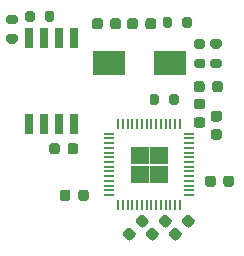
<source format=gtp>
G04 #@! TF.GenerationSoftware,KiCad,Pcbnew,(6.0.0-0)*
G04 #@! TF.CreationDate,2022-05-15T17:03:53+02:00*
G04 #@! TF.ProjectId,rp2040_stamp,72703230-3430-45f7-9374-616d702e6b69,rev?*
G04 #@! TF.SameCoordinates,Original*
G04 #@! TF.FileFunction,Paste,Top*
G04 #@! TF.FilePolarity,Positive*
%FSLAX46Y46*%
G04 Gerber Fmt 4.6, Leading zero omitted, Abs format (unit mm)*
G04 Created by KiCad (PCBNEW (6.0.0-0)) date 2022-05-15 17:03:53*
%MOMM*%
%LPD*%
G01*
G04 APERTURE LIST*
%ADD10C,0.100000*%
%ADD11R,0.650000X1.700000*%
%ADD12R,0.807999X0.178600*%
%ADD13R,0.178600X0.807999*%
%ADD14R,2.800000X2.000000*%
G04 APERTURE END LIST*
D10*
X154000000Y-107149800D02*
X154000000Y-108550000D01*
X154000000Y-108550000D02*
X155400200Y-108550000D01*
X155400200Y-108550000D02*
X155400200Y-107149800D01*
X155400200Y-107149800D02*
X154000000Y-107149800D01*
G36*
X155400200Y-108550000D02*
G01*
X154000000Y-108550000D01*
X154000000Y-107149800D01*
X155400200Y-107149800D01*
X155400200Y-108550000D01*
G37*
X155400200Y-108550000D02*
X154000000Y-108550000D01*
X154000000Y-107149800D01*
X155400200Y-107149800D01*
X155400200Y-108550000D01*
X154000000Y-108750000D02*
X154000000Y-110150200D01*
X154000000Y-110150200D02*
X155400200Y-110150200D01*
X155400200Y-110150200D02*
X155400200Y-108750000D01*
X155400200Y-108750000D02*
X154000000Y-108750000D01*
G36*
X155400200Y-110150200D02*
G01*
X154000000Y-110150200D01*
X154000000Y-108750000D01*
X155400200Y-108750000D01*
X155400200Y-110150200D01*
G37*
X155400200Y-110150200D02*
X154000000Y-110150200D01*
X154000000Y-108750000D01*
X155400200Y-108750000D01*
X155400200Y-110150200D01*
X152399800Y-108750000D02*
X152399800Y-110150200D01*
X152399800Y-110150200D02*
X153800000Y-110150200D01*
X153800000Y-110150200D02*
X153800000Y-108750000D01*
X153800000Y-108750000D02*
X152399800Y-108750000D01*
G36*
X153800000Y-110150200D02*
G01*
X152399800Y-110150200D01*
X152399800Y-108750000D01*
X153800000Y-108750000D01*
X153800000Y-110150200D01*
G37*
X153800000Y-110150200D02*
X152399800Y-110150200D01*
X152399800Y-108750000D01*
X153800000Y-108750000D01*
X153800000Y-110150200D01*
X152399800Y-107149800D02*
X152399800Y-108550000D01*
X152399800Y-108550000D02*
X153800000Y-108550000D01*
X153800000Y-108550000D02*
X153800000Y-107149800D01*
X153800000Y-107149800D02*
X152399800Y-107149800D01*
G36*
X153800000Y-108550000D02*
G01*
X152399800Y-108550000D01*
X152399800Y-107149800D01*
X153800000Y-107149800D01*
X153800000Y-108550000D01*
G37*
X153800000Y-108550000D02*
X152399800Y-108550000D01*
X152399800Y-107149800D01*
X153800000Y-107149800D01*
X153800000Y-108550000D01*
G36*
G01*
X155050000Y-96900000D02*
X155050000Y-96350000D01*
G75*
G02*
X155250000Y-96150000I200000J0D01*
G01*
X155650000Y-96150000D01*
G75*
G02*
X155850000Y-96350000I0J-200000D01*
G01*
X155850000Y-96900000D01*
G75*
G02*
X155650000Y-97100000I-200000J0D01*
G01*
X155250000Y-97100000D01*
G75*
G02*
X155050000Y-96900000I0J200000D01*
G01*
G37*
G36*
G01*
X156700000Y-96900000D02*
X156700000Y-96350000D01*
G75*
G02*
X156900000Y-96150000I200000J0D01*
G01*
X157300000Y-96150000D01*
G75*
G02*
X157500000Y-96350000I0J-200000D01*
G01*
X157500000Y-96900000D01*
G75*
G02*
X157300000Y-97100000I-200000J0D01*
G01*
X156900000Y-97100000D01*
G75*
G02*
X156700000Y-96900000I0J200000D01*
G01*
G37*
G36*
G01*
X158425000Y-105550000D02*
X157925000Y-105550000D01*
G75*
G02*
X157700000Y-105325000I0J225000D01*
G01*
X157700000Y-104875000D01*
G75*
G02*
X157925000Y-104650000I225000J0D01*
G01*
X158425000Y-104650000D01*
G75*
G02*
X158650000Y-104875000I0J-225000D01*
G01*
X158650000Y-105325000D01*
G75*
G02*
X158425000Y-105550000I-225000J0D01*
G01*
G37*
G36*
G01*
X158425000Y-104000000D02*
X157925000Y-104000000D01*
G75*
G02*
X157700000Y-103775000I0J225000D01*
G01*
X157700000Y-103325000D01*
G75*
G02*
X157925000Y-103100000I225000J0D01*
G01*
X158425000Y-103100000D01*
G75*
G02*
X158650000Y-103325000I0J-225000D01*
G01*
X158650000Y-103775000D01*
G75*
G02*
X158425000Y-104000000I-225000J0D01*
G01*
G37*
G36*
G01*
X155414429Y-112957017D02*
X155767983Y-113310571D01*
G75*
G02*
X155767983Y-113628769I-159099J-159099D01*
G01*
X155449785Y-113946967D01*
G75*
G02*
X155131587Y-113946967I-159099J159099D01*
G01*
X154778033Y-113593413D01*
G75*
G02*
X154778033Y-113275215I159099J159099D01*
G01*
X155096231Y-112957017D01*
G75*
G02*
X155414429Y-112957017I159099J-159099D01*
G01*
G37*
G36*
G01*
X154318413Y-114053033D02*
X154671967Y-114406587D01*
G75*
G02*
X154671967Y-114724785I-159099J-159099D01*
G01*
X154353769Y-115042983D01*
G75*
G02*
X154035571Y-115042983I-159099J159099D01*
G01*
X153682017Y-114689429D01*
G75*
G02*
X153682017Y-114371231I159099J159099D01*
G01*
X154000215Y-114053033D01*
G75*
G02*
X154318413Y-114053033I159099J-159099D01*
G01*
G37*
G36*
G01*
X143425000Y-96400000D02*
X143425000Y-95850000D01*
G75*
G02*
X143625000Y-95650000I200000J0D01*
G01*
X144025000Y-95650000D01*
G75*
G02*
X144225000Y-95850000I0J-200000D01*
G01*
X144225000Y-96400000D01*
G75*
G02*
X144025000Y-96600000I-200000J0D01*
G01*
X143625000Y-96600000D01*
G75*
G02*
X143425000Y-96400000I0J200000D01*
G01*
G37*
G36*
G01*
X145075000Y-96400000D02*
X145075000Y-95850000D01*
G75*
G02*
X145275000Y-95650000I200000J0D01*
G01*
X145675000Y-95650000D01*
G75*
G02*
X145875000Y-95850000I0J-200000D01*
G01*
X145875000Y-96400000D01*
G75*
G02*
X145675000Y-96600000I-200000J0D01*
G01*
X145275000Y-96600000D01*
G75*
G02*
X145075000Y-96400000I0J200000D01*
G01*
G37*
G36*
G01*
X157364429Y-112957017D02*
X157717983Y-113310571D01*
G75*
G02*
X157717983Y-113628769I-159099J-159099D01*
G01*
X157399785Y-113946967D01*
G75*
G02*
X157081587Y-113946967I-159099J159099D01*
G01*
X156728033Y-113593413D01*
G75*
G02*
X156728033Y-113275215I159099J159099D01*
G01*
X157046231Y-112957017D01*
G75*
G02*
X157364429Y-112957017I159099J-159099D01*
G01*
G37*
G36*
G01*
X156268413Y-114053033D02*
X156621967Y-114406587D01*
G75*
G02*
X156621967Y-114724785I-159099J-159099D01*
G01*
X156303769Y-115042983D01*
G75*
G02*
X155985571Y-115042983I-159099J159099D01*
G01*
X155632017Y-114689429D01*
G75*
G02*
X155632017Y-114371231I159099J159099D01*
G01*
X155950215Y-114053033D01*
G75*
G02*
X156268413Y-114053033I159099J-159099D01*
G01*
G37*
G36*
G01*
X142025000Y-95975000D02*
X142575000Y-95975000D01*
G75*
G02*
X142775000Y-96175000I0J-200000D01*
G01*
X142775000Y-96575000D01*
G75*
G02*
X142575000Y-96775000I-200000J0D01*
G01*
X142025000Y-96775000D01*
G75*
G02*
X141825000Y-96575000I0J200000D01*
G01*
X141825000Y-96175000D01*
G75*
G02*
X142025000Y-95975000I200000J0D01*
G01*
G37*
G36*
G01*
X142025000Y-97625000D02*
X142575000Y-97625000D01*
G75*
G02*
X142775000Y-97825000I0J-200000D01*
G01*
X142775000Y-98225000D01*
G75*
G02*
X142575000Y-98425000I-200000J0D01*
G01*
X142025000Y-98425000D01*
G75*
G02*
X141825000Y-98225000I0J200000D01*
G01*
X141825000Y-97825000D01*
G75*
G02*
X142025000Y-97625000I200000J0D01*
G01*
G37*
G36*
G01*
X158475000Y-100500000D02*
X157925000Y-100500000D01*
G75*
G02*
X157725000Y-100300000I0J200000D01*
G01*
X157725000Y-99900000D01*
G75*
G02*
X157925000Y-99700000I200000J0D01*
G01*
X158475000Y-99700000D01*
G75*
G02*
X158675000Y-99900000I0J-200000D01*
G01*
X158675000Y-100300000D01*
G75*
G02*
X158475000Y-100500000I-200000J0D01*
G01*
G37*
G36*
G01*
X158475000Y-98850000D02*
X157925000Y-98850000D01*
G75*
G02*
X157725000Y-98650000I0J200000D01*
G01*
X157725000Y-98250000D01*
G75*
G02*
X157925000Y-98050000I200000J0D01*
G01*
X158475000Y-98050000D01*
G75*
G02*
X158675000Y-98250000I0J-200000D01*
G01*
X158675000Y-98650000D01*
G75*
G02*
X158475000Y-98850000I-200000J0D01*
G01*
G37*
G36*
G01*
X157700000Y-102325000D02*
X157700000Y-101825000D01*
G75*
G02*
X157925000Y-101600000I225000J0D01*
G01*
X158375000Y-101600000D01*
G75*
G02*
X158600000Y-101825000I0J-225000D01*
G01*
X158600000Y-102325000D01*
G75*
G02*
X158375000Y-102550000I-225000J0D01*
G01*
X157925000Y-102550000D01*
G75*
G02*
X157700000Y-102325000I0J225000D01*
G01*
G37*
G36*
G01*
X159250000Y-102325000D02*
X159250000Y-101825000D01*
G75*
G02*
X159475000Y-101600000I225000J0D01*
G01*
X159925000Y-101600000D01*
G75*
G02*
X160150000Y-101825000I0J-225000D01*
G01*
X160150000Y-102325000D01*
G75*
G02*
X159925000Y-102550000I-225000J0D01*
G01*
X159475000Y-102550000D01*
G75*
G02*
X159250000Y-102325000I0J225000D01*
G01*
G37*
D11*
X143720000Y-105225000D03*
X144990000Y-105225000D03*
X146260000Y-105225000D03*
X147530000Y-105225000D03*
X147530000Y-97925000D03*
X146260000Y-97925000D03*
X144990000Y-97925000D03*
X143720000Y-97925000D03*
G36*
G01*
X153464429Y-112957017D02*
X153817983Y-113310571D01*
G75*
G02*
X153817983Y-113628769I-159099J-159099D01*
G01*
X153499785Y-113946967D01*
G75*
G02*
X153181587Y-113946967I-159099J159099D01*
G01*
X152828033Y-113593413D01*
G75*
G02*
X152828033Y-113275215I159099J159099D01*
G01*
X153146231Y-112957017D01*
G75*
G02*
X153464429Y-112957017I159099J-159099D01*
G01*
G37*
G36*
G01*
X152368413Y-114053033D02*
X152721967Y-114406587D01*
G75*
G02*
X152721967Y-114724785I-159099J-159099D01*
G01*
X152403769Y-115042983D01*
G75*
G02*
X152085571Y-115042983I-159099J159099D01*
G01*
X151732017Y-114689429D01*
G75*
G02*
X151732017Y-114371231I159099J159099D01*
G01*
X152050215Y-114053033D01*
G75*
G02*
X152368413Y-114053033I159099J-159099D01*
G01*
G37*
G36*
G01*
X159850000Y-106575000D02*
X159350000Y-106575000D01*
G75*
G02*
X159125000Y-106350000I0J225000D01*
G01*
X159125000Y-105900000D01*
G75*
G02*
X159350000Y-105675000I225000J0D01*
G01*
X159850000Y-105675000D01*
G75*
G02*
X160075000Y-105900000I0J-225000D01*
G01*
X160075000Y-106350000D01*
G75*
G02*
X159850000Y-106575000I-225000J0D01*
G01*
G37*
G36*
G01*
X159850000Y-105025000D02*
X159350000Y-105025000D01*
G75*
G02*
X159125000Y-104800000I0J225000D01*
G01*
X159125000Y-104350000D01*
G75*
G02*
X159350000Y-104125000I225000J0D01*
G01*
X159850000Y-104125000D01*
G75*
G02*
X160075000Y-104350000I0J-225000D01*
G01*
X160075000Y-104800000D01*
G75*
G02*
X159850000Y-105025000I-225000J0D01*
G01*
G37*
G36*
G01*
X147900000Y-107075000D02*
X147900000Y-107575000D01*
G75*
G02*
X147675000Y-107800000I-225000J0D01*
G01*
X147225000Y-107800000D01*
G75*
G02*
X147000000Y-107575000I0J225000D01*
G01*
X147000000Y-107075000D01*
G75*
G02*
X147225000Y-106850000I225000J0D01*
G01*
X147675000Y-106850000D01*
G75*
G02*
X147900000Y-107075000I0J-225000D01*
G01*
G37*
G36*
G01*
X146350000Y-107075000D02*
X146350000Y-107575000D01*
G75*
G02*
X146125000Y-107800000I-225000J0D01*
G01*
X145675000Y-107800000D01*
G75*
G02*
X145450000Y-107575000I0J225000D01*
G01*
X145450000Y-107075000D01*
G75*
G02*
X145675000Y-106850000I225000J0D01*
G01*
X146125000Y-106850000D01*
G75*
G02*
X146350000Y-107075000I0J-225000D01*
G01*
G37*
G36*
G01*
X159850000Y-100500000D02*
X159300000Y-100500000D01*
G75*
G02*
X159100000Y-100300000I0J200000D01*
G01*
X159100000Y-99900000D01*
G75*
G02*
X159300000Y-99700000I200000J0D01*
G01*
X159850000Y-99700000D01*
G75*
G02*
X160050000Y-99900000I0J-200000D01*
G01*
X160050000Y-100300000D01*
G75*
G02*
X159850000Y-100500000I-200000J0D01*
G01*
G37*
G36*
G01*
X159850000Y-98850000D02*
X159300000Y-98850000D01*
G75*
G02*
X159100000Y-98650000I0J200000D01*
G01*
X159100000Y-98250000D01*
G75*
G02*
X159300000Y-98050000I200000J0D01*
G01*
X159850000Y-98050000D01*
G75*
G02*
X160050000Y-98250000I0J-200000D01*
G01*
X160050000Y-98650000D01*
G75*
G02*
X159850000Y-98850000I-200000J0D01*
G01*
G37*
G36*
G01*
X158650000Y-110325000D02*
X158650000Y-109825000D01*
G75*
G02*
X158875000Y-109600000I225000J0D01*
G01*
X159325000Y-109600000D01*
G75*
G02*
X159550000Y-109825000I0J-225000D01*
G01*
X159550000Y-110325000D01*
G75*
G02*
X159325000Y-110550000I-225000J0D01*
G01*
X158875000Y-110550000D01*
G75*
G02*
X158650000Y-110325000I0J225000D01*
G01*
G37*
G36*
G01*
X160200000Y-110325000D02*
X160200000Y-109825000D01*
G75*
G02*
X160425000Y-109600000I225000J0D01*
G01*
X160875000Y-109600000D01*
G75*
G02*
X161100000Y-109825000I0J-225000D01*
G01*
X161100000Y-110325000D01*
G75*
G02*
X160875000Y-110550000I-225000J0D01*
G01*
X160425000Y-110550000D01*
G75*
G02*
X160200000Y-110325000I0J225000D01*
G01*
G37*
G36*
G01*
X156400000Y-102875000D02*
X156400000Y-103425000D01*
G75*
G02*
X156200000Y-103625000I-200000J0D01*
G01*
X155800000Y-103625000D01*
G75*
G02*
X155600000Y-103425000I0J200000D01*
G01*
X155600000Y-102875000D01*
G75*
G02*
X155800000Y-102675000I200000J0D01*
G01*
X156200000Y-102675000D01*
G75*
G02*
X156400000Y-102875000I0J-200000D01*
G01*
G37*
G36*
G01*
X154750000Y-102875000D02*
X154750000Y-103425000D01*
G75*
G02*
X154550000Y-103625000I-200000J0D01*
G01*
X154150000Y-103625000D01*
G75*
G02*
X153950000Y-103425000I0J200000D01*
G01*
X153950000Y-102875000D01*
G75*
G02*
X154150000Y-102675000I200000J0D01*
G01*
X154550000Y-102675000D01*
G75*
G02*
X154750000Y-102875000I0J-200000D01*
G01*
G37*
D12*
X150498800Y-106050000D03*
X150498800Y-106449999D03*
X150498800Y-106850001D03*
X150498800Y-107250000D03*
X150498800Y-107649999D03*
X150498800Y-108050001D03*
X150498800Y-108450000D03*
X150498800Y-108850000D03*
X150498800Y-109249999D03*
X150498800Y-109650001D03*
X150498800Y-110050000D03*
X150498800Y-110449999D03*
X150498800Y-110850001D03*
X150498800Y-111250000D03*
D13*
X151300000Y-112051200D03*
X151699999Y-112051200D03*
X152100001Y-112051200D03*
X152500000Y-112051200D03*
X152899999Y-112051200D03*
X153300001Y-112051200D03*
X153700000Y-112051200D03*
X154100000Y-112051200D03*
X154499999Y-112051200D03*
X154900001Y-112051200D03*
X155300000Y-112051200D03*
X155699999Y-112051200D03*
X156100001Y-112051200D03*
X156500000Y-112051200D03*
D12*
X157301200Y-111250000D03*
X157301200Y-110850001D03*
X157301200Y-110449999D03*
X157301200Y-110050000D03*
X157301200Y-109650001D03*
X157301200Y-109249999D03*
X157301200Y-108850000D03*
X157301200Y-108450000D03*
X157301200Y-108050001D03*
X157301200Y-107649999D03*
X157301200Y-107250000D03*
X157301200Y-106850001D03*
X157301200Y-106449999D03*
X157301200Y-106050000D03*
D13*
X156500000Y-105248800D03*
X156100001Y-105248800D03*
X155699999Y-105248800D03*
X155300000Y-105248800D03*
X154900001Y-105248800D03*
X154499999Y-105248800D03*
X154100000Y-105248800D03*
X153700000Y-105248800D03*
X153300001Y-105248800D03*
X152899999Y-105248800D03*
X152500000Y-105248800D03*
X152100001Y-105248800D03*
X151699999Y-105248800D03*
X151300000Y-105248800D03*
D14*
X150500000Y-100100000D03*
X155700000Y-100100000D03*
G36*
G01*
X148800000Y-111025000D02*
X148800000Y-111525000D01*
G75*
G02*
X148575000Y-111750000I-225000J0D01*
G01*
X148125000Y-111750000D01*
G75*
G02*
X147900000Y-111525000I0J225000D01*
G01*
X147900000Y-111025000D01*
G75*
G02*
X148125000Y-110800000I225000J0D01*
G01*
X148575000Y-110800000D01*
G75*
G02*
X148800000Y-111025000I0J-225000D01*
G01*
G37*
G36*
G01*
X147250000Y-111025000D02*
X147250000Y-111525000D01*
G75*
G02*
X147025000Y-111750000I-225000J0D01*
G01*
X146575000Y-111750000D01*
G75*
G02*
X146350000Y-111525000I0J225000D01*
G01*
X146350000Y-111025000D01*
G75*
G02*
X146575000Y-110800000I225000J0D01*
G01*
X147025000Y-110800000D01*
G75*
G02*
X147250000Y-111025000I0J-225000D01*
G01*
G37*
G36*
G01*
X149075000Y-97000000D02*
X149075000Y-96500000D01*
G75*
G02*
X149300000Y-96275000I225000J0D01*
G01*
X149750000Y-96275000D01*
G75*
G02*
X149975000Y-96500000I0J-225000D01*
G01*
X149975000Y-97000000D01*
G75*
G02*
X149750000Y-97225000I-225000J0D01*
G01*
X149300000Y-97225000D01*
G75*
G02*
X149075000Y-97000000I0J225000D01*
G01*
G37*
G36*
G01*
X150625000Y-97000000D02*
X150625000Y-96500000D01*
G75*
G02*
X150850000Y-96275000I225000J0D01*
G01*
X151300000Y-96275000D01*
G75*
G02*
X151525000Y-96500000I0J-225000D01*
G01*
X151525000Y-97000000D01*
G75*
G02*
X151300000Y-97225000I-225000J0D01*
G01*
X150850000Y-97225000D01*
G75*
G02*
X150625000Y-97000000I0J225000D01*
G01*
G37*
G36*
G01*
X154500000Y-96500000D02*
X154500000Y-97000000D01*
G75*
G02*
X154275000Y-97225000I-225000J0D01*
G01*
X153825000Y-97225000D01*
G75*
G02*
X153600000Y-97000000I0J225000D01*
G01*
X153600000Y-96500000D01*
G75*
G02*
X153825000Y-96275000I225000J0D01*
G01*
X154275000Y-96275000D01*
G75*
G02*
X154500000Y-96500000I0J-225000D01*
G01*
G37*
G36*
G01*
X152950000Y-96500000D02*
X152950000Y-97000000D01*
G75*
G02*
X152725000Y-97225000I-225000J0D01*
G01*
X152275000Y-97225000D01*
G75*
G02*
X152050000Y-97000000I0J225000D01*
G01*
X152050000Y-96500000D01*
G75*
G02*
X152275000Y-96275000I225000J0D01*
G01*
X152725000Y-96275000D01*
G75*
G02*
X152950000Y-96500000I0J-225000D01*
G01*
G37*
M02*

</source>
